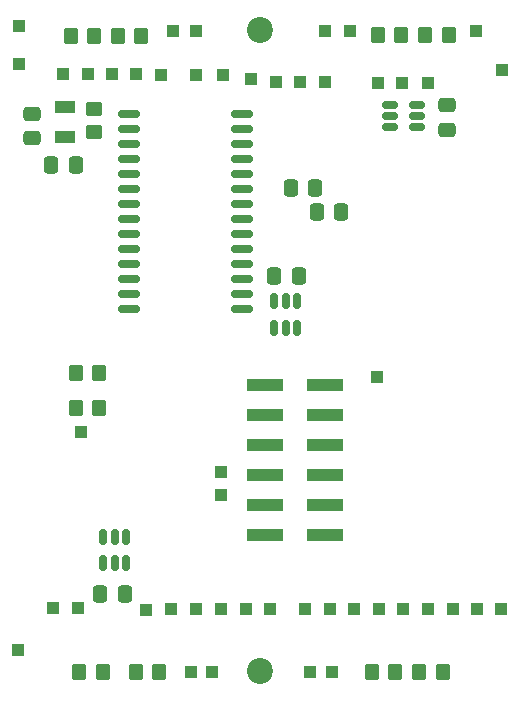
<source format=gbr>
%TF.GenerationSoftware,KiCad,Pcbnew,9.0.0*%
%TF.CreationDate,2025-05-12T15:30:00-04:00*%
%TF.ProjectId,design-files_TM,64657369-676e-42d6-9669-6c65735f544d,rev?*%
%TF.SameCoordinates,Original*%
%TF.FileFunction,Soldermask,Bot*%
%TF.FilePolarity,Negative*%
%FSLAX46Y46*%
G04 Gerber Fmt 4.6, Leading zero omitted, Abs format (unit mm)*
G04 Created by KiCad (PCBNEW 9.0.0) date 2025-05-12 15:30:00*
%MOMM*%
%LPD*%
G01*
G04 APERTURE LIST*
G04 Aperture macros list*
%AMRoundRect*
0 Rectangle with rounded corners*
0 $1 Rounding radius*
0 $2 $3 $4 $5 $6 $7 $8 $9 X,Y pos of 4 corners*
0 Add a 4 corners polygon primitive as box body*
4,1,4,$2,$3,$4,$5,$6,$7,$8,$9,$2,$3,0*
0 Add four circle primitives for the rounded corners*
1,1,$1+$1,$2,$3*
1,1,$1+$1,$4,$5*
1,1,$1+$1,$6,$7*
1,1,$1+$1,$8,$9*
0 Add four rect primitives between the rounded corners*
20,1,$1+$1,$2,$3,$4,$5,0*
20,1,$1+$1,$4,$5,$6,$7,0*
20,1,$1+$1,$6,$7,$8,$9,0*
20,1,$1+$1,$8,$9,$2,$3,0*%
G04 Aperture macros list end*
%ADD10C,2.200000*%
%ADD11R,3.150000X1.000000*%
%ADD12R,1.000000X1.000000*%
%ADD13RoundRect,0.150000X0.512500X0.150000X-0.512500X0.150000X-0.512500X-0.150000X0.512500X-0.150000X0*%
%ADD14RoundRect,0.250000X0.337500X0.475000X-0.337500X0.475000X-0.337500X-0.475000X0.337500X-0.475000X0*%
%ADD15RoundRect,0.250000X0.350000X0.450000X-0.350000X0.450000X-0.350000X-0.450000X0.350000X-0.450000X0*%
%ADD16R,1.800000X1.000000*%
%ADD17RoundRect,0.150000X-0.150000X0.512500X-0.150000X-0.512500X0.150000X-0.512500X0.150000X0.512500X0*%
%ADD18RoundRect,0.250000X-0.475000X0.337500X-0.475000X-0.337500X0.475000X-0.337500X0.475000X0.337500X0*%
%ADD19RoundRect,0.250000X-0.450000X0.350000X-0.450000X-0.350000X0.450000X-0.350000X0.450000X0.350000X0*%
%ADD20RoundRect,0.150000X0.150000X-0.512500X0.150000X0.512500X-0.150000X0.512500X-0.150000X-0.512500X0*%
%ADD21RoundRect,0.250000X-0.337500X-0.475000X0.337500X-0.475000X0.337500X0.475000X-0.337500X0.475000X0*%
%ADD22RoundRect,0.150000X0.750000X0.150000X-0.750000X0.150000X-0.750000X-0.150000X0.750000X-0.150000X0*%
G04 APERTURE END LIST*
D10*
%TO.C,REF\u002A\u002A*%
X22050000Y-55900000D03*
%TD*%
%TO.C,REF\u002A\u002A*%
X22050000Y-1600000D03*
%TD*%
D11*
%TO.C,J1*%
X27500000Y-31670000D03*
X22450000Y-31670000D03*
X27500000Y-34210000D03*
X22450000Y-34210000D03*
X27500000Y-36750000D03*
X22450000Y-36750000D03*
X27500000Y-39290000D03*
X22450000Y-39290000D03*
X27500000Y-41830000D03*
X22450000Y-41830000D03*
X27500000Y-44370000D03*
X22450000Y-44370000D03*
%TD*%
D12*
%TO.C,T2:4*%
X32090000Y-50610000D03*
%TD*%
%TO.C,5V*%
X18700000Y-39000000D03*
%TD*%
%TO.C,E3*%
X14700000Y-1700000D03*
%TD*%
%TO.C,T1:5*%
X14520000Y-50660000D03*
%TD*%
%TO.C,T4:4*%
X34090000Y-6050000D03*
%TD*%
%TO.C,T4:7*%
X25440000Y-5970000D03*
%TD*%
%TO.C,T4:8*%
X23380000Y-5970000D03*
%TD*%
%TO.C,T4:3*%
X36280000Y-6050000D03*
%TD*%
%TO.C,T3:9*%
X1670000Y-1270000D03*
%TD*%
D13*
%TO.C,U7*%
X35297500Y-7930000D03*
X35297500Y-8880000D03*
X35297500Y-9830000D03*
X33022500Y-9830000D03*
X33022500Y-8880000D03*
X33022500Y-7930000D03*
%TD*%
D14*
%TO.C,C8*%
X10567500Y-49340000D03*
X8492500Y-49340000D03*
%TD*%
D12*
%TO.C,L4*%
X29650000Y-1700000D03*
%TD*%
%TO.C,T1:9*%
X22910000Y-50640000D03*
%TD*%
D15*
%TO.C,R7*%
X33500000Y-56000000D03*
X31500000Y-56000000D03*
%TD*%
D12*
%TO.C,T3:5*%
X9500000Y-5350000D03*
%TD*%
%TO.C,T3:7*%
X5370000Y-5340000D03*
%TD*%
D14*
%TO.C,C2*%
X28907500Y-16990000D03*
X26832500Y-16990000D03*
%TD*%
D16*
%TO.C,Y1*%
X5500000Y-10650000D03*
X5500000Y-8150000D03*
%TD*%
D15*
%TO.C,R9*%
X12000000Y-2100000D03*
X10000000Y-2100000D03*
%TD*%
D14*
%TO.C,C3*%
X26697500Y-14940000D03*
X24622500Y-14940000D03*
%TD*%
D12*
%TO.C,GND*%
X18700000Y-41000000D03*
%TD*%
D15*
%TO.C,R5*%
X8750000Y-56000000D03*
X6750000Y-56000000D03*
%TD*%
D17*
%TO.C,U8*%
X23250000Y-24582500D03*
X24200000Y-24582500D03*
X25150000Y-24582500D03*
X25150000Y-26857500D03*
X24200000Y-26857500D03*
X23250000Y-26857500D03*
%TD*%
D18*
%TO.C,C6*%
X37870000Y-7972500D03*
X37870000Y-10047500D03*
%TD*%
D12*
%TO.C,T4:2*%
X42550000Y-4950000D03*
%TD*%
%TO.C,T2:5*%
X34180000Y-50610000D03*
%TD*%
D18*
%TO.C,C4*%
X2750000Y-8712500D03*
X2750000Y-10787500D03*
%TD*%
D12*
%TO.C,L1*%
X16150000Y-56000000D03*
%TD*%
D19*
%TO.C,R14*%
X8000000Y-8250000D03*
X8000000Y-10250000D03*
%TD*%
D12*
%TO.C,T1:8*%
X20820000Y-50650000D03*
%TD*%
%TO.C,T2:8*%
X40410000Y-50620000D03*
%TD*%
D20*
%TO.C,U9*%
X10670000Y-46767500D03*
X9720000Y-46767500D03*
X8770000Y-46767500D03*
X8770000Y-44492500D03*
X9720000Y-44492500D03*
X10670000Y-44492500D03*
%TD*%
D12*
%TO.C,T2:1*%
X25830000Y-50640000D03*
%TD*%
%TO.C,T1:2*%
X4510000Y-50520000D03*
%TD*%
%TO.C,T1:1*%
X1570000Y-54090000D03*
%TD*%
%TO.C,E4*%
X27500000Y-1700000D03*
%TD*%
D15*
%TO.C,R3*%
X8430000Y-33620000D03*
X6430000Y-33620000D03*
%TD*%
D12*
%TO.C,L3*%
X16600000Y-1700000D03*
%TD*%
%TO.C,T2:9*%
X42480000Y-50620000D03*
%TD*%
D15*
%TO.C,R10*%
X8000000Y-2100000D03*
X6000000Y-2100000D03*
%TD*%
D12*
%TO.C,T1:3*%
X6600000Y-50520000D03*
%TD*%
%TO.C,T3:6*%
X7430000Y-5350000D03*
%TD*%
%TO.C,T3:3*%
X13620000Y-5370000D03*
%TD*%
%TO.C,T2:2*%
X27920000Y-50620000D03*
%TD*%
%TO.C,T3:4*%
X11550000Y-5340000D03*
%TD*%
%TO.C,E1*%
X18000000Y-56000000D03*
%TD*%
D15*
%TO.C,R12*%
X34000000Y-2000000D03*
X32000000Y-2000000D03*
%TD*%
%TO.C,R6*%
X13500000Y-56000000D03*
X11500000Y-56000000D03*
%TD*%
%TO.C,R4*%
X8430000Y-30620000D03*
X6430000Y-30620000D03*
%TD*%
D14*
%TO.C,C5*%
X6437500Y-13010000D03*
X4362500Y-13010000D03*
%TD*%
D12*
%TO.C,T1:7*%
X18720000Y-50640000D03*
%TD*%
%TO.C,L2*%
X26250000Y-56000000D03*
%TD*%
D21*
%TO.C,C7*%
X23242500Y-22460000D03*
X25317500Y-22460000D03*
%TD*%
D12*
%TO.C,T2:3*%
X30010000Y-50620000D03*
%TD*%
%TO.C,T4:6*%
X27510000Y-5970000D03*
%TD*%
%TO.C,E2*%
X28100000Y-56000000D03*
%TD*%
%TO.C,VCC*%
X31900000Y-31000000D03*
%TD*%
%TO.C,T4:5*%
X31990000Y-6060000D03*
%TD*%
%TO.C,T2:6*%
X36260000Y-50610000D03*
%TD*%
%TO.C,V_{ref}*%
X6880000Y-35620000D03*
%TD*%
%TO.C,T4:1*%
X40310000Y-1670000D03*
%TD*%
D22*
%TO.C,U5*%
X20550000Y-8745000D03*
X20550000Y-10015000D03*
X20550000Y-11285000D03*
X20550000Y-12555000D03*
X20550000Y-13825000D03*
X20550000Y-15095000D03*
X20550000Y-16365000D03*
X20550000Y-17635000D03*
X20550000Y-18905000D03*
X20550000Y-20175000D03*
X20550000Y-21445000D03*
X20550000Y-22715000D03*
X20550000Y-23985000D03*
X20550000Y-25255000D03*
X10950000Y-25255000D03*
X10950000Y-23985000D03*
X10950000Y-22715000D03*
X10950000Y-21445000D03*
X10950000Y-20175000D03*
X10950000Y-18905000D03*
X10950000Y-17635000D03*
X10950000Y-16365000D03*
X10950000Y-15095000D03*
X10950000Y-13825000D03*
X10950000Y-12555000D03*
X10950000Y-11285000D03*
X10950000Y-10015000D03*
X10950000Y-8745000D03*
%TD*%
D15*
%TO.C,R11*%
X38000000Y-2000000D03*
X36000000Y-2000000D03*
%TD*%
D12*
%TO.C,T1:6*%
X16610000Y-50660000D03*
%TD*%
%TO.C,T4:9*%
X21250000Y-5790000D03*
%TD*%
%TO.C,T3:1*%
X18920000Y-5380000D03*
%TD*%
%TO.C,T3:2*%
X16600000Y-5390000D03*
%TD*%
%TO.C,T3:8*%
X1670000Y-4480000D03*
%TD*%
%TO.C,T2:7*%
X38340000Y-50620000D03*
%TD*%
D15*
%TO.C,R8*%
X37500000Y-56000000D03*
X35500000Y-56000000D03*
%TD*%
D12*
%TO.C,T1:4*%
X12420000Y-50670000D03*
%TD*%
M02*

</source>
